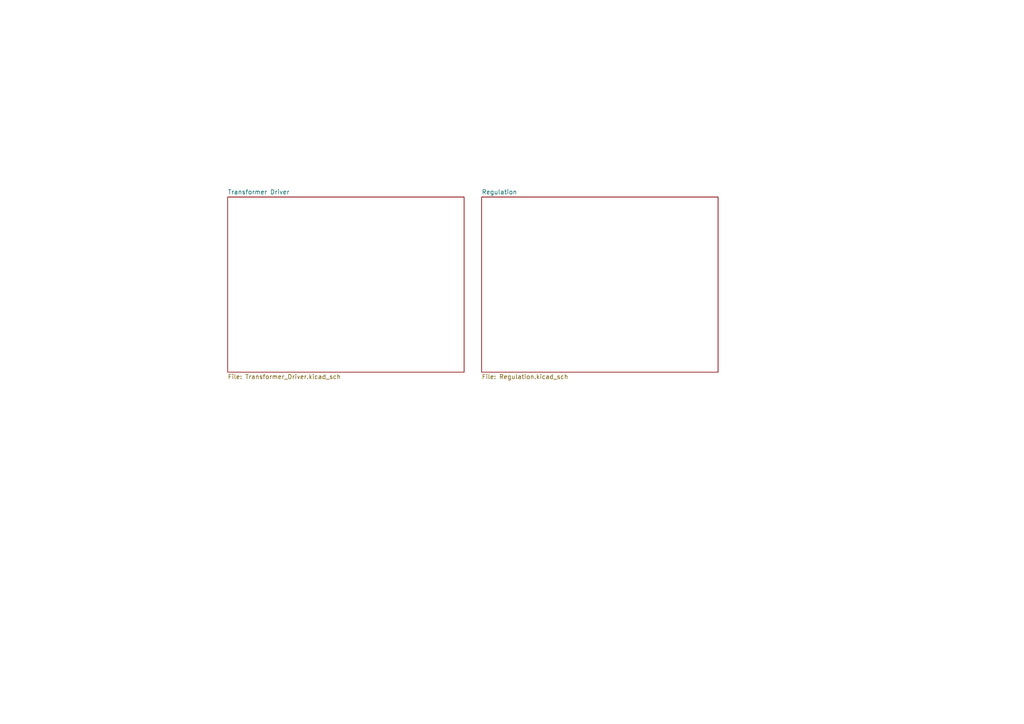
<source format=kicad_sch>
(kicad_sch
	(version 20231120)
	(generator "eeschema")
	(generator_version "8.0")
	(uuid "b06855b0-03c6-43cf-aa99-1933f4fbd947")
	(paper "A4")
	(lib_symbols)
	(sheet
		(at 66.04 57.15)
		(size 68.58 50.8)
		(fields_autoplaced yes)
		(stroke
			(width 0.1524)
			(type solid)
		)
		(fill
			(color 0 0 0 0.0000)
		)
		(uuid "76b52de3-6c66-44ce-a23b-228ee55971c8")
		(property "Sheetname" "Transformer Driver"
			(at 66.04 56.4384 0)
			(effects
				(font
					(size 1.27 1.27)
				)
				(justify left bottom)
			)
		)
		(property "Sheetfile" "Transformer_Driver.kicad_sch"
			(at 66.04 108.5346 0)
			(effects
				(font
					(size 1.27 1.27)
				)
				(justify left top)
			)
		)
		(instances
			(project "UCC25800"
				(path "/b06855b0-03c6-43cf-aa99-1933f4fbd947"
					(page "2")
				)
			)
		)
	)
	(sheet
		(at 139.7 57.15)
		(size 68.58 50.8)
		(fields_autoplaced yes)
		(stroke
			(width 0.1524)
			(type solid)
		)
		(fill
			(color 0 0 0 0.0000)
		)
		(uuid "a3e52908-8e2f-4d32-9870-34e6f2251e48")
		(property "Sheetname" "Regulation"
			(at 139.7 56.4384 0)
			(effects
				(font
					(size 1.27 1.27)
				)
				(justify left bottom)
			)
		)
		(property "Sheetfile" "Regulation.kicad_sch"
			(at 139.7 108.5346 0)
			(effects
				(font
					(size 1.27 1.27)
				)
				(justify left top)
			)
		)
		(instances
			(project "UCC25800"
				(path "/b06855b0-03c6-43cf-aa99-1933f4fbd947"
					(page "3")
				)
			)
		)
	)
	(sheet_instances
		(path "/"
			(page "1")
		)
	)
)

</source>
